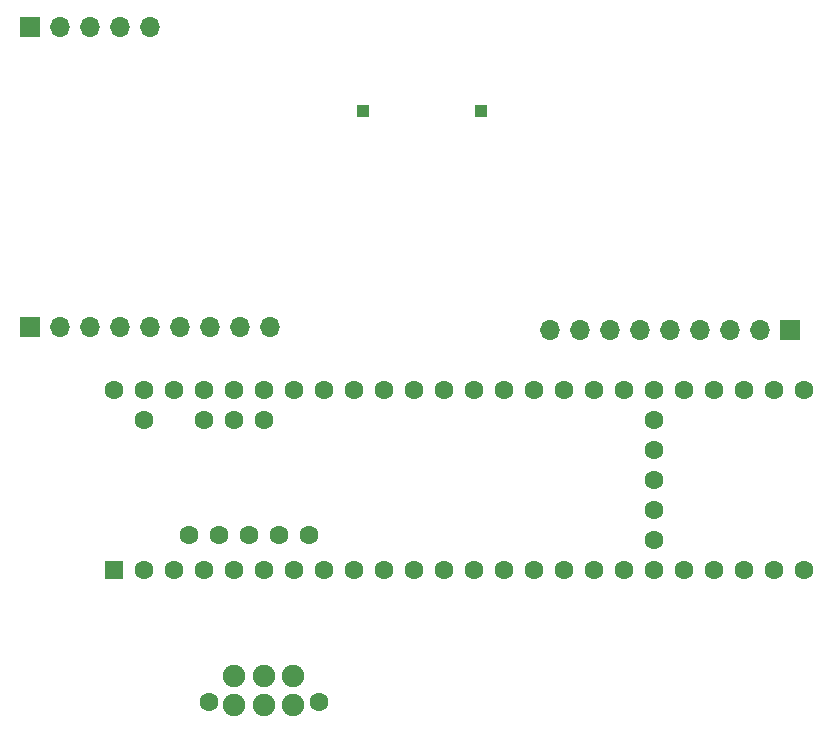
<source format=gbr>
%TF.GenerationSoftware,KiCad,Pcbnew,(5.1.7)-1*%
%TF.CreationDate,2021-04-25T20:46:05-04:00*%
%TF.ProjectId,rev2,72657632-2e6b-4696-9361-645f70636258,rev?*%
%TF.SameCoordinates,Original*%
%TF.FileFunction,Soldermask,Bot*%
%TF.FilePolarity,Negative*%
%FSLAX46Y46*%
G04 Gerber Fmt 4.6, Leading zero omitted, Abs format (unit mm)*
G04 Created by KiCad (PCBNEW (5.1.7)-1) date 2021-04-25 20:46:05*
%MOMM*%
%LPD*%
G01*
G04 APERTURE LIST*
%ADD10C,1.900000*%
%ADD11C,1.600000*%
%ADD12R,1.108000X1.108000*%
%ADD13R,1.600000X1.600000*%
%ADD14O,1.700000X1.700000*%
%ADD15R,1.700000X1.700000*%
G04 APERTURE END LIST*
D10*
%TO.C,J3*%
X125650000Y-114065000D03*
X128150000Y-114065000D03*
X130650000Y-114065000D03*
X125650000Y-111565000D03*
X128150000Y-111565000D03*
X130650000Y-111565000D03*
D11*
X123480000Y-113775000D03*
X132820000Y-113775000D03*
%TD*%
D12*
%TO.C,LS1*%
X136500000Y-63750000D03*
X146500000Y-63750000D03*
%TD*%
D11*
%TO.C,U3*%
X156083000Y-102616000D03*
X158623000Y-102616000D03*
X161163000Y-102616000D03*
X163703000Y-102616000D03*
X153543000Y-102616000D03*
X151003000Y-102616000D03*
X148463000Y-102616000D03*
X166243000Y-102616000D03*
X168783000Y-102616000D03*
X171323000Y-102616000D03*
X173863000Y-102616000D03*
X161163000Y-100076000D03*
X161163000Y-97536000D03*
X161163000Y-94996000D03*
X161163000Y-92456000D03*
X161163000Y-89916000D03*
X173863000Y-87376000D03*
X171323000Y-87376000D03*
X168783000Y-87376000D03*
X166243000Y-87376000D03*
X163703000Y-87376000D03*
X161163000Y-87376000D03*
X158623000Y-87376000D03*
X156083000Y-87376000D03*
X145923000Y-102616000D03*
X143383000Y-102616000D03*
X140843000Y-102616000D03*
X138303000Y-102616000D03*
X135763000Y-102616000D03*
X133223000Y-102616000D03*
X130683000Y-102616000D03*
X128143000Y-102616000D03*
X125603000Y-102616000D03*
X123063000Y-102616000D03*
X120523000Y-102616000D03*
X117983000Y-102616000D03*
D13*
X115443000Y-102616000D03*
D11*
X153543000Y-87376000D03*
X151003000Y-87376000D03*
X148463000Y-87376000D03*
X145923000Y-87376000D03*
X143383000Y-87376000D03*
X140843000Y-87376000D03*
X138303000Y-87376000D03*
X135763000Y-87376000D03*
X133223000Y-87376000D03*
X130683000Y-87376000D03*
X128143000Y-87376000D03*
X125603000Y-87376000D03*
X123063000Y-87376000D03*
X120523000Y-87376000D03*
X117983000Y-87376000D03*
X115443000Y-87376000D03*
X117983000Y-89916000D03*
X123063000Y-89916000D03*
X125603000Y-89916000D03*
X128143000Y-89916000D03*
X121793000Y-99616000D03*
X124333000Y-99616000D03*
X126873000Y-99616000D03*
X129413000Y-99616000D03*
X131953000Y-99616000D03*
%TD*%
D14*
%TO.C,J2*%
X118491000Y-82042000D03*
X115951000Y-82042000D03*
X113411000Y-82042000D03*
X110871000Y-82042000D03*
D15*
X108331000Y-82042000D03*
D14*
X121031000Y-82042000D03*
X123571000Y-82042000D03*
X126111000Y-82042000D03*
X128651000Y-82042000D03*
D15*
X108331000Y-56642000D03*
D14*
X110871000Y-56642000D03*
X113411000Y-56642000D03*
X115951000Y-56642000D03*
X118491000Y-56642000D03*
%TD*%
%TO.C,J1*%
X152400000Y-82296000D03*
X154940000Y-82296000D03*
X157480000Y-82296000D03*
X160020000Y-82296000D03*
X162560000Y-82296000D03*
X165100000Y-82296000D03*
X167640000Y-82296000D03*
X170180000Y-82296000D03*
D15*
X172720000Y-82296000D03*
%TD*%
M02*

</source>
